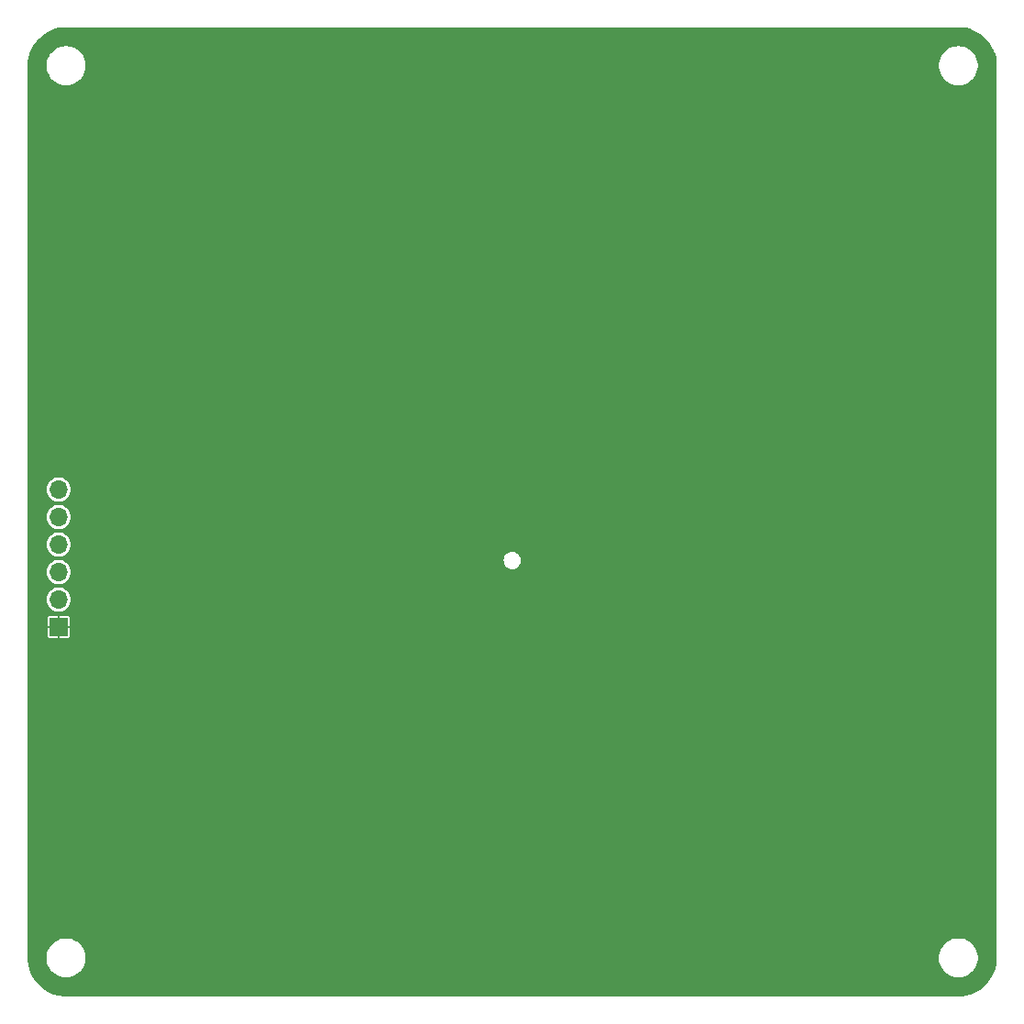
<source format=gbr>
%TF.GenerationSoftware,KiCad,Pcbnew,7.0.6-0*%
%TF.CreationDate,2024-12-08T15:00:42-03:00*%
%TF.ProjectId,CommsBoard,436f6d6d-7342-46f6-9172-642e6b696361,rev?*%
%TF.SameCoordinates,Original*%
%TF.FileFunction,Copper,L2,Inr*%
%TF.FilePolarity,Positive*%
%FSLAX46Y46*%
G04 Gerber Fmt 4.6, Leading zero omitted, Abs format (unit mm)*
G04 Created by KiCad (PCBNEW 7.0.6-0) date 2024-12-08 15:00:42*
%MOMM*%
%LPD*%
G01*
G04 APERTURE LIST*
%TA.AperFunction,ComponentPad*%
%ADD10R,1.700000X1.700000*%
%TD*%
%TA.AperFunction,ComponentPad*%
%ADD11O,1.700000X1.700000*%
%TD*%
%TA.AperFunction,ViaPad*%
%ADD12C,0.609600*%
%TD*%
G04 APERTURE END LIST*
D10*
%TO.N,GND*%
%TO.C,J1*%
X73610400Y-97550000D03*
D11*
%TO.N,Net-(J1-Pin_2)*%
X73610400Y-95010000D03*
%TO.N,Net-(J1-Pin_3)*%
X73610400Y-92470000D03*
%TO.N,Net-(J1-Pin_4)*%
X73610400Y-89930000D03*
%TO.N,Net-(J1-Pin_5)*%
X73610400Y-87390000D03*
%TO.N,Net-(J1-Pin_6)*%
X73610400Y-84850000D03*
%TD*%
D12*
%TO.N,GND*%
X135720400Y-63270000D03*
X115910400Y-93210000D03*
X129610400Y-88100000D03*
X117510400Y-91410000D03*
X134310400Y-83500000D03*
X94090400Y-117540000D03*
X116810400Y-84900000D03*
X116710400Y-90010000D03*
X132910400Y-98100000D03*
X145510400Y-81600000D03*
X129810400Y-117000000D03*
X120310400Y-86500000D03*
X94630400Y-76080000D03*
X101210400Y-106500000D03*
X134210400Y-73920000D03*
X110790400Y-91700000D03*
X108710400Y-112800000D03*
X140910400Y-101600000D03*
X113270400Y-93930000D03*
X115110400Y-93210000D03*
X111480400Y-93860000D03*
X117310400Y-92210000D03*
X123010400Y-93800000D03*
X110820400Y-90790000D03*
X97310400Y-99400000D03*
X117310400Y-90610000D03*
X105010400Y-92100000D03*
X114310400Y-90010000D03*
X105010400Y-91000000D03*
X140340400Y-114870000D03*
X111010400Y-89810000D03*
X131630400Y-107400000D03*
X122010400Y-109300000D03*
X115110400Y-89610000D03*
X101210400Y-65760000D03*
X104940400Y-55270000D03*
X115910400Y-89610000D03*
X113010400Y-124000000D03*
X114310400Y-92810000D03*
X124410400Y-83700000D03*
X103280400Y-98940000D03*
X103160400Y-120560000D03*
X116710400Y-92810000D03*
X90180400Y-67550000D03*
X146110400Y-96800000D03*
X114370400Y-76260000D03*
X117210400Y-100800000D03*
X139630400Y-70040000D03*
X126470400Y-56700000D03*
X120960400Y-65590000D03*
X122610400Y-74330000D03*
X111010400Y-92690000D03*
X106740400Y-75440000D03*
X111170400Y-65590000D03*
X105210400Y-89500000D03*
X90000400Y-109000000D03*
X110300400Y-98740000D03*
%TD*%
%TA.AperFunction,Conductor*%
%TO.N,GND*%
G36*
X156651376Y-42150624D02*
G01*
X156656825Y-42150602D01*
X156656827Y-42150603D01*
X156682824Y-42150500D01*
X156701758Y-42150500D01*
X156703423Y-42150537D01*
X157047588Y-42166116D01*
X157051185Y-42166457D01*
X157300300Y-42202492D01*
X157392751Y-42215866D01*
X157396314Y-42216561D01*
X157731377Y-42299296D01*
X157734829Y-42300331D01*
X158060152Y-42415594D01*
X158063500Y-42416970D01*
X158375918Y-42563639D01*
X158379109Y-42565335D01*
X158675587Y-42741987D01*
X158678612Y-42743997D01*
X158956306Y-42948935D01*
X158959101Y-42951218D01*
X159215307Y-43182445D01*
X159217880Y-43185007D01*
X159450124Y-43440291D01*
X159452440Y-43443102D01*
X159658464Y-43719957D01*
X159660486Y-43722973D01*
X159728966Y-43836872D01*
X159838312Y-44018742D01*
X159840033Y-44021952D01*
X159987937Y-44333764D01*
X159989334Y-44337128D01*
X160105878Y-44661951D01*
X160106936Y-44665431D01*
X160191001Y-45000155D01*
X160191711Y-45003717D01*
X160242476Y-45345072D01*
X160242834Y-45348697D01*
X160259855Y-45694280D01*
X160259900Y-45696100D01*
X160259900Y-128094288D01*
X160259855Y-128096104D01*
X160242847Y-128442316D01*
X160242491Y-128445928D01*
X160195957Y-128759646D01*
X160191765Y-128787904D01*
X160191056Y-128791464D01*
X160138127Y-129002772D01*
X160107054Y-129126820D01*
X160105999Y-129130296D01*
X159989531Y-129455802D01*
X159988141Y-129459159D01*
X159840332Y-129771676D01*
X159838619Y-129774881D01*
X159660881Y-130071417D01*
X159658863Y-130074438D01*
X159452925Y-130352114D01*
X159450620Y-130354923D01*
X159218449Y-130611081D01*
X159215881Y-130613649D01*
X158959723Y-130845820D01*
X158956914Y-130848125D01*
X158679238Y-131054063D01*
X158676217Y-131056081D01*
X158379681Y-131233819D01*
X158376476Y-131235532D01*
X158063959Y-131383341D01*
X158060602Y-131384731D01*
X157735096Y-131501199D01*
X157731622Y-131502253D01*
X157416064Y-131581297D01*
X157396267Y-131586256D01*
X157392709Y-131586963D01*
X157050728Y-131637691D01*
X157047116Y-131638047D01*
X156751478Y-131652570D01*
X156733413Y-131651238D01*
X156724674Y-131649500D01*
X74300911Y-131649500D01*
X74299095Y-131649455D01*
X73953901Y-131632497D01*
X73950292Y-131632141D01*
X73884447Y-131622374D01*
X73609322Y-131581562D01*
X73605759Y-131580854D01*
X73545306Y-131565711D01*
X73271388Y-131497099D01*
X73267927Y-131496049D01*
X73180690Y-131464834D01*
X72943377Y-131379922D01*
X72940020Y-131378532D01*
X72628415Y-131231155D01*
X72625220Y-131229447D01*
X72608651Y-131219516D01*
X72545598Y-131181723D01*
X72329559Y-131052233D01*
X72326538Y-131050214D01*
X72049678Y-130844881D01*
X72046870Y-130842576D01*
X71881025Y-130692264D01*
X71791454Y-130611081D01*
X71788914Y-130608541D01*
X71557423Y-130353129D01*
X71555118Y-130350321D01*
X71349785Y-130073461D01*
X71347766Y-130070440D01*
X71236846Y-129885383D01*
X71170546Y-129774769D01*
X71168848Y-129771591D01*
X71021463Y-129459969D01*
X71020077Y-129456622D01*
X71008250Y-129423568D01*
X70903946Y-129132059D01*
X70902903Y-129128624D01*
X70819142Y-128794228D01*
X70818437Y-128790677D01*
X70775582Y-128501779D01*
X70767855Y-128449689D01*
X70767503Y-128446113D01*
X70757128Y-128234929D01*
X72499500Y-128234929D01*
X72531328Y-128446097D01*
X72539721Y-128501779D01*
X72619259Y-128759632D01*
X72619262Y-128759641D01*
X72736349Y-129002774D01*
X72888365Y-129225741D01*
X73038082Y-129387098D01*
X73071913Y-129423559D01*
X73071923Y-129423568D01*
X73282892Y-129591811D01*
X73282896Y-129591814D01*
X73282898Y-129591815D01*
X73516602Y-129726743D01*
X73767805Y-129825334D01*
X74030897Y-129885383D01*
X74159621Y-129895029D01*
X74232617Y-129900500D01*
X74232624Y-129900500D01*
X74367383Y-129900500D01*
X74436789Y-129895298D01*
X74569103Y-129885383D01*
X74832195Y-129825334D01*
X75083398Y-129726743D01*
X75317102Y-129591815D01*
X75528085Y-129423561D01*
X75711635Y-129225741D01*
X75863651Y-129002775D01*
X75980738Y-128759641D01*
X76060280Y-128501772D01*
X76100500Y-128234929D01*
X154899500Y-128234929D01*
X154931328Y-128446097D01*
X154939721Y-128501779D01*
X155019259Y-128759632D01*
X155019262Y-128759641D01*
X155136349Y-129002774D01*
X155288365Y-129225741D01*
X155438082Y-129387098D01*
X155471913Y-129423559D01*
X155471923Y-129423568D01*
X155682892Y-129591811D01*
X155682896Y-129591814D01*
X155682898Y-129591815D01*
X155916602Y-129726743D01*
X156167805Y-129825334D01*
X156430897Y-129885383D01*
X156559621Y-129895029D01*
X156632617Y-129900500D01*
X156632624Y-129900500D01*
X156767383Y-129900500D01*
X156836789Y-129895298D01*
X156969103Y-129885383D01*
X157232195Y-129825334D01*
X157483398Y-129726743D01*
X157717102Y-129591815D01*
X157928085Y-129423561D01*
X158111635Y-129225741D01*
X158263651Y-129002775D01*
X158380738Y-128759641D01*
X158460280Y-128501772D01*
X158500500Y-128234929D01*
X158500500Y-127965071D01*
X158460280Y-127698228D01*
X158380738Y-127440359D01*
X158263651Y-127197226D01*
X158111635Y-126974259D01*
X157928085Y-126776439D01*
X157928084Y-126776438D01*
X157928076Y-126776431D01*
X157717107Y-126608188D01*
X157717096Y-126608181D01*
X157483396Y-126473256D01*
X157232190Y-126374664D01*
X156969103Y-126314617D01*
X156767383Y-126299500D01*
X156767376Y-126299500D01*
X156632624Y-126299500D01*
X156632617Y-126299500D01*
X156430896Y-126314617D01*
X156167809Y-126374664D01*
X155916603Y-126473256D01*
X155682903Y-126608181D01*
X155682892Y-126608188D01*
X155471923Y-126776431D01*
X155471913Y-126776440D01*
X155288366Y-126974258D01*
X155136348Y-127197227D01*
X155019264Y-127440353D01*
X155019259Y-127440367D01*
X154939721Y-127698220D01*
X154939720Y-127698228D01*
X154899500Y-127965071D01*
X154899500Y-128234929D01*
X76100500Y-128234929D01*
X76100500Y-127965071D01*
X76060280Y-127698228D01*
X75980738Y-127440359D01*
X75863651Y-127197226D01*
X75711635Y-126974259D01*
X75528085Y-126776439D01*
X75528084Y-126776438D01*
X75528076Y-126776431D01*
X75317107Y-126608188D01*
X75317096Y-126608181D01*
X75083396Y-126473256D01*
X74832190Y-126374664D01*
X74569103Y-126314617D01*
X74367383Y-126299500D01*
X74367376Y-126299500D01*
X74232624Y-126299500D01*
X74232617Y-126299500D01*
X74030896Y-126314617D01*
X73767809Y-126374664D01*
X73516603Y-126473256D01*
X73282903Y-126608181D01*
X73282892Y-126608188D01*
X73071923Y-126776431D01*
X73071913Y-126776440D01*
X72888366Y-126974258D01*
X72736348Y-127197227D01*
X72619264Y-127440353D01*
X72619259Y-127440367D01*
X72539721Y-127698220D01*
X72539720Y-127698228D01*
X72499500Y-127965071D01*
X72499500Y-128234929D01*
X70757128Y-128234929D01*
X70757128Y-128234924D01*
X70750545Y-128100904D01*
X70750500Y-128099088D01*
X70750500Y-97475000D01*
X72610400Y-97475000D01*
X73111313Y-97475000D01*
X73110400Y-97478111D01*
X73110400Y-97621889D01*
X73111313Y-97625000D01*
X72610401Y-97625000D01*
X72610401Y-98414778D01*
X72619101Y-98458524D01*
X72652255Y-98508143D01*
X72652256Y-98508144D01*
X72701872Y-98541296D01*
X72745626Y-98549999D01*
X73535400Y-98549999D01*
X73535400Y-98044358D01*
X73574637Y-98050000D01*
X73646163Y-98050000D01*
X73685400Y-98044358D01*
X73685400Y-98549999D01*
X74475179Y-98549999D01*
X74518924Y-98541298D01*
X74568543Y-98508144D01*
X74568544Y-98508143D01*
X74601696Y-98458527D01*
X74610400Y-98414773D01*
X74610400Y-97625000D01*
X74109487Y-97625000D01*
X74110400Y-97621889D01*
X74110400Y-97478111D01*
X74109487Y-97475000D01*
X74610399Y-97475000D01*
X74610399Y-96685221D01*
X74601698Y-96641475D01*
X74568544Y-96591856D01*
X74568543Y-96591855D01*
X74518927Y-96558703D01*
X74475173Y-96550000D01*
X73685400Y-96550000D01*
X73685400Y-97055641D01*
X73646163Y-97050000D01*
X73574637Y-97050000D01*
X73535400Y-97055641D01*
X73535400Y-96550000D01*
X72745629Y-96550000D01*
X72701873Y-96558703D01*
X72652256Y-96591855D01*
X72652255Y-96591856D01*
X72619103Y-96641472D01*
X72610400Y-96685226D01*
X72610400Y-97475000D01*
X70750500Y-97475000D01*
X70750500Y-95010003D01*
X72505185Y-95010003D01*
X72524001Y-95213076D01*
X72524002Y-95213082D01*
X72579816Y-95409244D01*
X72579818Y-95409250D01*
X72670727Y-95591821D01*
X72670728Y-95591822D01*
X72670729Y-95591825D01*
X72793634Y-95754578D01*
X72793635Y-95754579D01*
X72931037Y-95879836D01*
X72944359Y-95891981D01*
X73117763Y-95999348D01*
X73307944Y-96073024D01*
X73508424Y-96110500D01*
X73508426Y-96110500D01*
X73712374Y-96110500D01*
X73712376Y-96110500D01*
X73912856Y-96073024D01*
X74103037Y-95999348D01*
X74276441Y-95891981D01*
X74427164Y-95754579D01*
X74550073Y-95591821D01*
X74640982Y-95409250D01*
X74696797Y-95213083D01*
X74715615Y-95010000D01*
X74696797Y-94806917D01*
X74640982Y-94610750D01*
X74550073Y-94428179D01*
X74550070Y-94428175D01*
X74550070Y-94428174D01*
X74427165Y-94265421D01*
X74427164Y-94265420D01*
X74276441Y-94128019D01*
X74276440Y-94128019D01*
X74103037Y-94020652D01*
X73912856Y-93946976D01*
X73824807Y-93930516D01*
X73712379Y-93909500D01*
X73712376Y-93909500D01*
X73508424Y-93909500D01*
X73508420Y-93909500D01*
X73358515Y-93937522D01*
X73307944Y-93946976D01*
X73307942Y-93946976D01*
X73307940Y-93946977D01*
X73117768Y-94020650D01*
X73117763Y-94020652D01*
X73117758Y-94020654D01*
X73117758Y-94020655D01*
X72944358Y-94128019D01*
X72944357Y-94128019D01*
X72793635Y-94265420D01*
X72793634Y-94265421D01*
X72670729Y-94428174D01*
X72670728Y-94428177D01*
X72579818Y-94610750D01*
X72579816Y-94610755D01*
X72524002Y-94806917D01*
X72524001Y-94806923D01*
X72505185Y-95009996D01*
X72505185Y-95010003D01*
X70750500Y-95010003D01*
X70750500Y-92470003D01*
X72505185Y-92470003D01*
X72524001Y-92673076D01*
X72524002Y-92673082D01*
X72579816Y-92869244D01*
X72579818Y-92869250D01*
X72670727Y-93051821D01*
X72670728Y-93051822D01*
X72670729Y-93051825D01*
X72793634Y-93214578D01*
X72793635Y-93214579D01*
X72931037Y-93339836D01*
X72944359Y-93351981D01*
X73117763Y-93459348D01*
X73307944Y-93533024D01*
X73508424Y-93570500D01*
X73508426Y-93570500D01*
X73712374Y-93570500D01*
X73712376Y-93570500D01*
X73912856Y-93533024D01*
X74103037Y-93459348D01*
X74276441Y-93351981D01*
X74427164Y-93214579D01*
X74550073Y-93051821D01*
X74640982Y-92869250D01*
X74696797Y-92673083D01*
X74715615Y-92470000D01*
X74696797Y-92266917D01*
X74640982Y-92070750D01*
X74550073Y-91888179D01*
X74550070Y-91888175D01*
X74550070Y-91888174D01*
X74427165Y-91725421D01*
X74427164Y-91725420D01*
X74276441Y-91588019D01*
X74276440Y-91588019D01*
X74103037Y-91480652D01*
X73912856Y-91406976D01*
X73875539Y-91400000D01*
X114704835Y-91400000D01*
X114725032Y-91579254D01*
X114725034Y-91579263D01*
X114784609Y-91749520D01*
X114855947Y-91863054D01*
X114880584Y-91902262D01*
X115008138Y-92029816D01*
X115073284Y-92070750D01*
X115160879Y-92125790D01*
X115331136Y-92185365D01*
X115331145Y-92185368D01*
X115465446Y-92200500D01*
X115465450Y-92200500D01*
X115555350Y-92200500D01*
X115555354Y-92200500D01*
X115689655Y-92185368D01*
X115757881Y-92161494D01*
X115859920Y-92125790D01*
X115859922Y-92125789D01*
X116012662Y-92029816D01*
X116140216Y-91902262D01*
X116236189Y-91749522D01*
X116244623Y-91725421D01*
X116295765Y-91579263D01*
X116295768Y-91579255D01*
X116315965Y-91400000D01*
X116295768Y-91220745D01*
X116295765Y-91220736D01*
X116236190Y-91050479D01*
X116153794Y-90919348D01*
X116140216Y-90897738D01*
X116012662Y-90770184D01*
X115973454Y-90745547D01*
X115859920Y-90674209D01*
X115689663Y-90614634D01*
X115689656Y-90614632D01*
X115689655Y-90614632D01*
X115555354Y-90599500D01*
X115465446Y-90599500D01*
X115331145Y-90614632D01*
X115331136Y-90614634D01*
X115160879Y-90674209D01*
X115008139Y-90770183D01*
X114880583Y-90897739D01*
X114784609Y-91050479D01*
X114725034Y-91220736D01*
X114725032Y-91220745D01*
X114704835Y-91400000D01*
X73875539Y-91400000D01*
X73824807Y-91390516D01*
X73712379Y-91369500D01*
X73712376Y-91369500D01*
X73508424Y-91369500D01*
X73508420Y-91369500D01*
X73358515Y-91397522D01*
X73307944Y-91406976D01*
X73307942Y-91406976D01*
X73307940Y-91406977D01*
X73117768Y-91480650D01*
X73117763Y-91480652D01*
X73117758Y-91480654D01*
X73117758Y-91480655D01*
X72944358Y-91588019D01*
X72944357Y-91588019D01*
X72793635Y-91725420D01*
X72793634Y-91725421D01*
X72670729Y-91888174D01*
X72670728Y-91888177D01*
X72579818Y-92070750D01*
X72579816Y-92070755D01*
X72524002Y-92266917D01*
X72524001Y-92266923D01*
X72505185Y-92469996D01*
X72505185Y-92470003D01*
X70750500Y-92470003D01*
X70750500Y-89930003D01*
X72505185Y-89930003D01*
X72524001Y-90133076D01*
X72524002Y-90133082D01*
X72579816Y-90329244D01*
X72579818Y-90329250D01*
X72670727Y-90511821D01*
X72670728Y-90511822D01*
X72670729Y-90511825D01*
X72793634Y-90674578D01*
X72793635Y-90674579D01*
X72898510Y-90770184D01*
X72944359Y-90811981D01*
X73117763Y-90919348D01*
X73307944Y-90993024D01*
X73508424Y-91030500D01*
X73508426Y-91030500D01*
X73712374Y-91030500D01*
X73712376Y-91030500D01*
X73912856Y-90993024D01*
X74103037Y-90919348D01*
X74276441Y-90811981D01*
X74427164Y-90674579D01*
X74427444Y-90674209D01*
X74550070Y-90511825D01*
X74550070Y-90511824D01*
X74550073Y-90511821D01*
X74640982Y-90329250D01*
X74696797Y-90133083D01*
X74715615Y-89930000D01*
X74696797Y-89726917D01*
X74640982Y-89530750D01*
X74550073Y-89348179D01*
X74550070Y-89348175D01*
X74550070Y-89348174D01*
X74427165Y-89185421D01*
X74427164Y-89185420D01*
X74276441Y-89048019D01*
X74276440Y-89048019D01*
X74103037Y-88940652D01*
X73912856Y-88866976D01*
X73824807Y-88850516D01*
X73712379Y-88829500D01*
X73712376Y-88829500D01*
X73508424Y-88829500D01*
X73508420Y-88829500D01*
X73358515Y-88857522D01*
X73307944Y-88866976D01*
X73307942Y-88866976D01*
X73307940Y-88866977D01*
X73117768Y-88940650D01*
X73117763Y-88940652D01*
X73117758Y-88940654D01*
X73117758Y-88940655D01*
X72944358Y-89048019D01*
X72944357Y-89048019D01*
X72793635Y-89185420D01*
X72793634Y-89185421D01*
X72670729Y-89348174D01*
X72670728Y-89348177D01*
X72579818Y-89530750D01*
X72579816Y-89530755D01*
X72524002Y-89726917D01*
X72524001Y-89726923D01*
X72505185Y-89929996D01*
X72505185Y-89930003D01*
X70750500Y-89930003D01*
X70750500Y-87390003D01*
X72505185Y-87390003D01*
X72524001Y-87593076D01*
X72524002Y-87593082D01*
X72579816Y-87789244D01*
X72579818Y-87789250D01*
X72670727Y-87971821D01*
X72670728Y-87971822D01*
X72670729Y-87971825D01*
X72793634Y-88134578D01*
X72793635Y-88134579D01*
X72931037Y-88259836D01*
X72944359Y-88271981D01*
X73117763Y-88379348D01*
X73307944Y-88453024D01*
X73508424Y-88490500D01*
X73508426Y-88490500D01*
X73712374Y-88490500D01*
X73712376Y-88490500D01*
X73912856Y-88453024D01*
X74103037Y-88379348D01*
X74276441Y-88271981D01*
X74427164Y-88134579D01*
X74550073Y-87971821D01*
X74640982Y-87789250D01*
X74696797Y-87593083D01*
X74715615Y-87390000D01*
X74696797Y-87186917D01*
X74640982Y-86990750D01*
X74550073Y-86808179D01*
X74550070Y-86808175D01*
X74550070Y-86808174D01*
X74427165Y-86645421D01*
X74427164Y-86645420D01*
X74276441Y-86508019D01*
X74276440Y-86508019D01*
X74103037Y-86400652D01*
X73912856Y-86326976D01*
X73824807Y-86310516D01*
X73712379Y-86289500D01*
X73712376Y-86289500D01*
X73508424Y-86289500D01*
X73508420Y-86289500D01*
X73358515Y-86317522D01*
X73307944Y-86326976D01*
X73307942Y-86326976D01*
X73307940Y-86326977D01*
X73117768Y-86400650D01*
X73117763Y-86400652D01*
X73117758Y-86400654D01*
X73117758Y-86400655D01*
X72944358Y-86508019D01*
X72944357Y-86508019D01*
X72793635Y-86645420D01*
X72793634Y-86645421D01*
X72670729Y-86808174D01*
X72670728Y-86808177D01*
X72579818Y-86990750D01*
X72579816Y-86990755D01*
X72524002Y-87186917D01*
X72524001Y-87186923D01*
X72505185Y-87389996D01*
X72505185Y-87390003D01*
X70750500Y-87390003D01*
X70750500Y-84850003D01*
X72505185Y-84850003D01*
X72524001Y-85053076D01*
X72524002Y-85053082D01*
X72579816Y-85249244D01*
X72579818Y-85249250D01*
X72670727Y-85431821D01*
X72670728Y-85431822D01*
X72670729Y-85431825D01*
X72793634Y-85594578D01*
X72793635Y-85594579D01*
X72931036Y-85719836D01*
X72944359Y-85731981D01*
X73117763Y-85839348D01*
X73307944Y-85913024D01*
X73508424Y-85950500D01*
X73508426Y-85950500D01*
X73712374Y-85950500D01*
X73712376Y-85950500D01*
X73912856Y-85913024D01*
X74103037Y-85839348D01*
X74276441Y-85731981D01*
X74427164Y-85594579D01*
X74550073Y-85431821D01*
X74640982Y-85249250D01*
X74696797Y-85053083D01*
X74715615Y-84850000D01*
X74696797Y-84646917D01*
X74640982Y-84450750D01*
X74550073Y-84268179D01*
X74550070Y-84268175D01*
X74550070Y-84268174D01*
X74427165Y-84105421D01*
X74427164Y-84105420D01*
X74276441Y-83968019D01*
X74103037Y-83860652D01*
X73912856Y-83786976D01*
X73824807Y-83770516D01*
X73712379Y-83749500D01*
X73712376Y-83749500D01*
X73508424Y-83749500D01*
X73508420Y-83749500D01*
X73358515Y-83777522D01*
X73307944Y-83786976D01*
X73307942Y-83786976D01*
X73307940Y-83786977D01*
X73117768Y-83860650D01*
X73117763Y-83860652D01*
X73117758Y-83860654D01*
X73117758Y-83860655D01*
X72944358Y-83968019D01*
X72944357Y-83968019D01*
X72793635Y-84105420D01*
X72793634Y-84105421D01*
X72670729Y-84268174D01*
X72670728Y-84268177D01*
X72579818Y-84450750D01*
X72579816Y-84450755D01*
X72524002Y-84646917D01*
X72524001Y-84646923D01*
X72505185Y-84849996D01*
X72505185Y-84850003D01*
X70750500Y-84850003D01*
X70750500Y-45834929D01*
X72499500Y-45834929D01*
X72536981Y-46083604D01*
X72539721Y-46101779D01*
X72619259Y-46359632D01*
X72619262Y-46359641D01*
X72736349Y-46602774D01*
X72888365Y-46825741D01*
X73048770Y-46998617D01*
X73071913Y-47023559D01*
X73071923Y-47023568D01*
X73282892Y-47191811D01*
X73282896Y-47191814D01*
X73282898Y-47191815D01*
X73516602Y-47326743D01*
X73767805Y-47425334D01*
X74030897Y-47485383D01*
X74159621Y-47495029D01*
X74232617Y-47500500D01*
X74232624Y-47500500D01*
X74367383Y-47500500D01*
X74436789Y-47495298D01*
X74569103Y-47485383D01*
X74832195Y-47425334D01*
X75083398Y-47326743D01*
X75317102Y-47191815D01*
X75528085Y-47023561D01*
X75711635Y-46825741D01*
X75863651Y-46602775D01*
X75980738Y-46359641D01*
X76060280Y-46101772D01*
X76100500Y-45834929D01*
X154899500Y-45834929D01*
X154936981Y-46083604D01*
X154939721Y-46101779D01*
X155019259Y-46359632D01*
X155019262Y-46359641D01*
X155136349Y-46602774D01*
X155288365Y-46825741D01*
X155448770Y-46998617D01*
X155471913Y-47023559D01*
X155471923Y-47023568D01*
X155682892Y-47191811D01*
X155682896Y-47191814D01*
X155682898Y-47191815D01*
X155916602Y-47326743D01*
X156167805Y-47425334D01*
X156430897Y-47485383D01*
X156559621Y-47495029D01*
X156632617Y-47500500D01*
X156632624Y-47500500D01*
X156767383Y-47500500D01*
X156836789Y-47495298D01*
X156969103Y-47485383D01*
X157232195Y-47425334D01*
X157483398Y-47326743D01*
X157717102Y-47191815D01*
X157928085Y-47023561D01*
X158111635Y-46825741D01*
X158263651Y-46602775D01*
X158380738Y-46359641D01*
X158460280Y-46101772D01*
X158500500Y-45834929D01*
X158500500Y-45565071D01*
X158460280Y-45298228D01*
X158380738Y-45040359D01*
X158263651Y-44797226D01*
X158111635Y-44574259D01*
X157928085Y-44376439D01*
X157928084Y-44376438D01*
X157928076Y-44376431D01*
X157717107Y-44208188D01*
X157717096Y-44208181D01*
X157483396Y-44073256D01*
X157232190Y-43974664D01*
X156969103Y-43914617D01*
X156767383Y-43899500D01*
X156767376Y-43899500D01*
X156632624Y-43899500D01*
X156632617Y-43899500D01*
X156430896Y-43914617D01*
X156167809Y-43974664D01*
X155916603Y-44073256D01*
X155682903Y-44208181D01*
X155682892Y-44208188D01*
X155471923Y-44376431D01*
X155471913Y-44376440D01*
X155299937Y-44561787D01*
X155288365Y-44574259D01*
X155153790Y-44771645D01*
X155136348Y-44797227D01*
X155019264Y-45040353D01*
X155019259Y-45040367D01*
X154939721Y-45298220D01*
X154929485Y-45366130D01*
X154899500Y-45565071D01*
X154899500Y-45834929D01*
X76100500Y-45834929D01*
X76100500Y-45565071D01*
X76060280Y-45298228D01*
X75980738Y-45040359D01*
X75863651Y-44797226D01*
X75711635Y-44574259D01*
X75528085Y-44376439D01*
X75528084Y-44376438D01*
X75528076Y-44376431D01*
X75317107Y-44208188D01*
X75317096Y-44208181D01*
X75083396Y-44073256D01*
X74832190Y-43974664D01*
X74569103Y-43914617D01*
X74367383Y-43899500D01*
X74367376Y-43899500D01*
X74232624Y-43899500D01*
X74232617Y-43899500D01*
X74030896Y-43914617D01*
X73767809Y-43974664D01*
X73516603Y-44073256D01*
X73282903Y-44208181D01*
X73282892Y-44208188D01*
X73071923Y-44376431D01*
X73071913Y-44376440D01*
X72899937Y-44561787D01*
X72888365Y-44574259D01*
X72753790Y-44771645D01*
X72736348Y-44797227D01*
X72619264Y-45040353D01*
X72619259Y-45040367D01*
X72539721Y-45298220D01*
X72529485Y-45366130D01*
X72499500Y-45565071D01*
X72499500Y-45834929D01*
X70750500Y-45834929D01*
X70750500Y-45700910D01*
X70750545Y-45699094D01*
X70759948Y-45507678D01*
X70767503Y-45353884D01*
X70767855Y-45350312D01*
X70818437Y-45009322D01*
X70819141Y-45005775D01*
X70902905Y-44671369D01*
X70903944Y-44667946D01*
X71020080Y-44343369D01*
X71021459Y-44340037D01*
X71168852Y-44028399D01*
X71170541Y-44025239D01*
X71347769Y-43729553D01*
X71349780Y-43726545D01*
X71555122Y-43449672D01*
X71557423Y-43446870D01*
X71788923Y-43191448D01*
X71791448Y-43188923D01*
X72046875Y-42957418D01*
X72049672Y-42955122D01*
X72326545Y-42749780D01*
X72329553Y-42747769D01*
X72625239Y-42570541D01*
X72628399Y-42568852D01*
X72940037Y-42421459D01*
X72943369Y-42420080D01*
X73267946Y-42303944D01*
X73271369Y-42302905D01*
X73605775Y-42219141D01*
X73609322Y-42218437D01*
X73666812Y-42209908D01*
X73950312Y-42167855D01*
X73953884Y-42167503D01*
X74168137Y-42156978D01*
X74299095Y-42150545D01*
X74300911Y-42150500D01*
X74344170Y-42150500D01*
X156649912Y-42150500D01*
X156651376Y-42150624D01*
G37*
%TD.AperFunction*%
%TD*%
M02*

</source>
